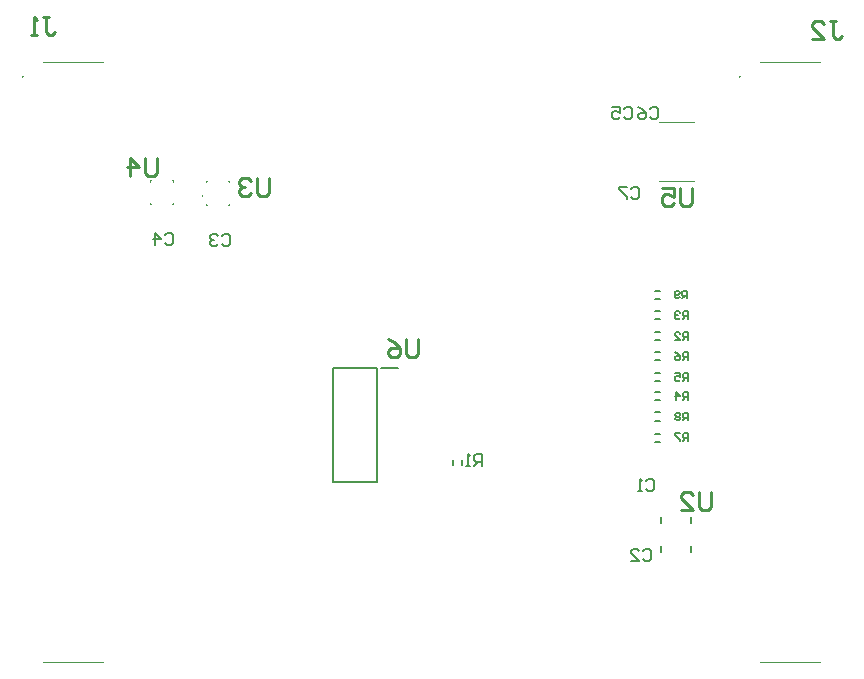
<source format=gbo>
G04*
G04 #@! TF.GenerationSoftware,Altium Limited,Altium Designer,24.9.1 (31)*
G04*
G04 Layer_Color=32896*
%FSLAX25Y25*%
%MOIN*%
G70*
G04*
G04 #@! TF.SameCoordinates,8C3E2955-48CA-471D-9453-E4D1A35B8BF5*
G04*
G04*
G04 #@! TF.FilePolarity,Positive*
G04*
G01*
G75*
%ADD10C,0.00787*%
%ADD12C,0.01000*%
%ADD56C,0.00394*%
%ADD57C,0.00799*%
%ADD58C,0.00800*%
D10*
X26366Y271997D02*
G03*
X26366Y271997I-197J0D01*
G01*
X265366D02*
G03*
X265366Y271997I-197J0D01*
G01*
X145661Y174772D02*
X151469D01*
X144283Y136780D02*
Y174969D01*
X129717Y136780D02*
X144283D01*
X129717D02*
Y174969D01*
X144283D01*
X169811Y142672D02*
Y144247D01*
X172567Y142672D02*
Y144247D01*
X237013Y180178D02*
X238587D01*
X237013Y177422D02*
X238587D01*
X237160Y200678D02*
X238735D01*
X237160Y197922D02*
X238735D01*
X237160Y191122D02*
X238735D01*
X237160Y193878D02*
X238735D01*
X237013Y184122D02*
X238587D01*
X237013Y186878D02*
X238587D01*
X237013Y173178D02*
X238587D01*
X237013Y170422D02*
X238587D01*
X237013Y160078D02*
X238587D01*
X237013Y157322D02*
X238587D01*
X237013Y152978D02*
X238587D01*
X237013Y150222D02*
X238587D01*
X237013Y166878D02*
X238587D01*
X237013Y164122D02*
X238587D01*
X249027Y123369D02*
Y125337D01*
X239184Y123369D02*
Y125337D01*
Y113526D02*
Y115495D01*
X249027Y113526D02*
Y115495D01*
D12*
X249398Y234799D02*
Y229801D01*
X248399Y228801D01*
X246399D01*
X245400Y229801D01*
Y234799D01*
X239402D02*
X243400D01*
Y231800D01*
X241401Y232800D01*
X240401D01*
X239402Y231800D01*
Y229801D01*
X240401Y228801D01*
X242401D01*
X243400Y229801D01*
X295501Y290598D02*
X297501D01*
X296501D01*
Y285600D01*
X297501Y284600D01*
X298500D01*
X299500Y285600D01*
X289503Y284600D02*
X293502D01*
X289503Y288599D01*
Y289598D01*
X290503Y290598D01*
X292502D01*
X293502Y289598D01*
X157898Y184499D02*
Y179501D01*
X156899Y178501D01*
X154899D01*
X153900Y179501D01*
Y184499D01*
X147902D02*
X149901Y183499D01*
X151900Y181500D01*
Y179501D01*
X150901Y178501D01*
X148901D01*
X147902Y179501D01*
Y180500D01*
X148901Y181500D01*
X151900D01*
X108269Y238299D02*
Y233301D01*
X107269Y232301D01*
X105270D01*
X104270Y233301D01*
Y238299D01*
X102271Y237299D02*
X101271Y238299D01*
X99272D01*
X98272Y237299D01*
Y236300D01*
X99272Y235300D01*
X100272D01*
X99272D01*
X98272Y234300D01*
Y233301D01*
X99272Y232301D01*
X101271D01*
X102271Y233301D01*
X71022Y244799D02*
Y239801D01*
X70022Y238801D01*
X68023D01*
X67023Y239801D01*
Y244799D01*
X62025Y238801D02*
Y244799D01*
X65024Y241800D01*
X61025D01*
X255798Y133585D02*
Y128586D01*
X254799Y127587D01*
X252799D01*
X251800Y128586D01*
Y133585D01*
X245802Y127587D02*
X249800D01*
X245802Y131586D01*
Y132585D01*
X246801Y133585D01*
X248801D01*
X249800Y132585D01*
X32900Y291799D02*
X34899D01*
X33900D01*
Y286801D01*
X34899Y285801D01*
X35899D01*
X36899Y286801D01*
X30901Y285801D02*
X28901D01*
X29901D01*
Y291799D01*
X30901Y290799D01*
D56*
X67383Y232655D02*
G03*
X67383Y232261I0J-197D01*
G01*
D02*
G03*
X67383Y232655I0J197D01*
G01*
X86122Y232415D02*
G03*
X86122Y232021I0J-197D01*
G01*
D02*
G03*
X86122Y232415I0J197D01*
G01*
X236720Y239420D02*
G03*
X236720Y239026I0J-197D01*
G01*
D02*
G03*
X236720Y239420I0J197D01*
G01*
X247058Y111951D02*
G03*
X247058Y111557I0J-197D01*
G01*
D02*
G03*
X247058Y111951I0J197D01*
G01*
X68565Y229505D02*
X68958D01*
X68565D02*
Y229899D01*
X76045Y229505D02*
X76439D01*
Y229899D01*
X68565Y237380D02*
X68958D01*
X68565Y236986D02*
Y237380D01*
X76045D02*
X76439D01*
Y236986D02*
Y237380D01*
X33000Y76800D02*
X53000D01*
X33000Y276800D02*
X53000D01*
X87304Y229265D02*
X87697D01*
X87304D02*
Y229659D01*
X94784Y229265D02*
X95178D01*
Y229659D01*
X87304Y237140D02*
X87697D01*
X87304Y236746D02*
Y237140D01*
X94784D02*
X95178D01*
Y236746D02*
Y237140D01*
X272000Y76800D02*
X292000D01*
X272000Y276800D02*
X292000D01*
X238295Y256743D02*
X250106D01*
X238295Y237057D02*
X250106D01*
D57*
X233939Y137089D02*
X234606Y137755D01*
X235939D01*
X236605Y137089D01*
Y134423D01*
X235939Y133756D01*
X234606D01*
X233939Y134423D01*
X232606Y133756D02*
X231273D01*
X231940D01*
Y137755D01*
X232606Y137089D01*
D58*
X247783Y198050D02*
Y200550D01*
X246533D01*
X246116Y200133D01*
Y199300D01*
X246533Y198883D01*
X247783D01*
X246950D02*
X246116Y198050D01*
X245284Y198467D02*
X244867Y198050D01*
X244034D01*
X243617Y198467D01*
Y200133D01*
X244034Y200550D01*
X244867D01*
X245284Y200133D01*
Y199716D01*
X244867Y199300D01*
X243617D01*
X247883Y177550D02*
Y180050D01*
X246633D01*
X246217Y179633D01*
Y178800D01*
X246633Y178384D01*
X247883D01*
X247050D02*
X246217Y177550D01*
X243717Y180050D02*
X244550Y179633D01*
X245384Y178800D01*
Y177967D01*
X244967Y177550D01*
X244134D01*
X243717Y177967D01*
Y178384D01*
X244134Y178800D01*
X245384D01*
X247883Y170550D02*
Y173050D01*
X246633D01*
X246217Y172633D01*
Y171800D01*
X246633Y171384D01*
X247883D01*
X247050D02*
X246217Y170550D01*
X243717Y173050D02*
X245384D01*
Y171800D01*
X244550Y172216D01*
X244134D01*
X243717Y171800D01*
Y170967D01*
X244134Y170550D01*
X244967D01*
X245384Y170967D01*
X247883Y164250D02*
Y166750D01*
X246633D01*
X246217Y166333D01*
Y165500D01*
X246633Y165084D01*
X247883D01*
X247050D02*
X246217Y164250D01*
X244134D02*
Y166750D01*
X245384Y165500D01*
X243717D01*
X247983Y157431D02*
Y159930D01*
X246733D01*
X246317Y159513D01*
Y158680D01*
X246733Y158264D01*
X247983D01*
X247150D02*
X246317Y157431D01*
X245483Y159513D02*
X245067Y159930D01*
X244234D01*
X243817Y159513D01*
Y159097D01*
X244234Y158680D01*
X243817Y158264D01*
Y157847D01*
X244234Y157431D01*
X245067D01*
X245483Y157847D01*
Y158264D01*
X245067Y158680D01*
X245483Y159097D01*
Y159513D01*
X245067Y158680D02*
X244234D01*
X247883Y184250D02*
Y186750D01*
X246633D01*
X246217Y186333D01*
Y185500D01*
X246633Y185083D01*
X247883D01*
X247050D02*
X246217Y184250D01*
X243717D02*
X245384D01*
X243717Y185916D01*
Y186333D01*
X244134Y186750D01*
X244967D01*
X245384Y186333D01*
X247883Y150550D02*
Y153050D01*
X246633D01*
X246217Y152633D01*
Y151800D01*
X246633Y151383D01*
X247883D01*
X247050D02*
X246217Y150550D01*
X245384Y153050D02*
X243717D01*
Y152633D01*
X245384Y150967D01*
Y150550D01*
X247908Y191250D02*
Y193750D01*
X246659D01*
X246242Y193333D01*
Y192500D01*
X246659Y192084D01*
X247908D01*
X247075D02*
X246242Y191250D01*
X245409Y193333D02*
X244992Y193750D01*
X244160D01*
X243743Y193333D01*
Y192917D01*
X244160Y192500D01*
X244576D01*
X244160D01*
X243743Y192084D01*
Y191667D01*
X244160Y191250D01*
X244992D01*
X245409Y191667D01*
X229187Y234453D02*
X229853Y235120D01*
X231186D01*
X231853Y234453D01*
Y231788D01*
X231186Y231121D01*
X229853D01*
X229187Y231788D01*
X227854Y235120D02*
X225188D01*
Y234453D01*
X227854Y231788D01*
Y231121D01*
X235291Y261333D02*
X235958Y261999D01*
X237290D01*
X237957Y261333D01*
Y258667D01*
X237290Y258001D01*
X235958D01*
X235291Y258667D01*
X231292Y261999D02*
X232625Y261333D01*
X233958Y260000D01*
Y258667D01*
X233292Y258001D01*
X231959D01*
X231292Y258667D01*
Y259334D01*
X231959Y260000D01*
X233958D01*
X226666Y261333D02*
X227333Y261999D01*
X228666D01*
X229332Y261333D01*
Y258667D01*
X228666Y258001D01*
X227333D01*
X226666Y258667D01*
X222668Y261999D02*
X225333D01*
Y260000D01*
X224001Y260666D01*
X223334D01*
X222668Y260000D01*
Y258667D01*
X223334Y258001D01*
X224667D01*
X225333Y258667D01*
X179366Y142247D02*
Y146246D01*
X177366D01*
X176700Y145580D01*
Y144247D01*
X177366Y143580D01*
X179366D01*
X178033D02*
X176700Y142247D01*
X175367D02*
X174034D01*
X174701D01*
Y146246D01*
X175367Y145580D01*
X73720Y219228D02*
X74386Y219895D01*
X75719D01*
X76385Y219228D01*
Y216563D01*
X75719Y215896D01*
X74386D01*
X73720Y216563D01*
X70387Y215896D02*
Y219895D01*
X72387Y217896D01*
X69721D01*
X92846Y218794D02*
X93513Y219461D01*
X94845D01*
X95512Y218794D01*
Y216129D01*
X94845Y215462D01*
X93513D01*
X92846Y216129D01*
X91513Y218794D02*
X90847Y219461D01*
X89514D01*
X88848Y218794D01*
Y218128D01*
X89514Y217462D01*
X90180D01*
X89514D01*
X88848Y216795D01*
Y216129D01*
X89514Y215462D01*
X90847D01*
X91513Y216129D01*
X233145Y113982D02*
X233812Y114648D01*
X235145D01*
X235811Y113982D01*
Y111316D01*
X235145Y110649D01*
X233812D01*
X233145Y111316D01*
X229147Y110649D02*
X231813D01*
X229147Y113315D01*
Y113982D01*
X229813Y114648D01*
X231146D01*
X231813Y113982D01*
M02*

</source>
